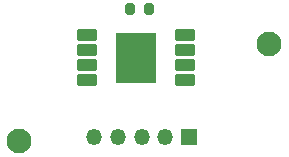
<source format=gbr>
%TF.GenerationSoftware,KiCad,Pcbnew,7.0.8*%
%TF.CreationDate,2024-10-08T21:21:09-04:00*%
%TF.ProjectId,SPIBreakout,53504942-7265-4616-9b6f-75742e6b6963,rev?*%
%TF.SameCoordinates,Original*%
%TF.FileFunction,Soldermask,Top*%
%TF.FilePolarity,Negative*%
%FSLAX46Y46*%
G04 Gerber Fmt 4.6, Leading zero omitted, Abs format (unit mm)*
G04 Created by KiCad (PCBNEW 7.0.8) date 2024-10-08 21:21:09*
%MOMM*%
%LPD*%
G01*
G04 APERTURE LIST*
G04 Aperture macros list*
%AMRoundRect*
0 Rectangle with rounded corners*
0 $1 Rounding radius*
0 $2 $3 $4 $5 $6 $7 $8 $9 X,Y pos of 4 corners*
0 Add a 4 corners polygon primitive as box body*
4,1,4,$2,$3,$4,$5,$6,$7,$8,$9,$2,$3,0*
0 Add four circle primitives for the rounded corners*
1,1,$1+$1,$2,$3*
1,1,$1+$1,$4,$5*
1,1,$1+$1,$6,$7*
1,1,$1+$1,$8,$9*
0 Add four rect primitives between the rounded corners*
20,1,$1+$1,$2,$3,$4,$5,0*
20,1,$1+$1,$4,$5,$6,$7,0*
20,1,$1+$1,$6,$7,$8,$9,0*
20,1,$1+$1,$8,$9,$2,$3,0*%
G04 Aperture macros list end*
%ADD10C,2.100000*%
%ADD11R,1.350000X1.350000*%
%ADD12O,1.350000X1.350000*%
%ADD13RoundRect,0.102000X-0.750000X-0.400000X0.750000X-0.400000X0.750000X0.400000X-0.750000X0.400000X0*%
%ADD14RoundRect,0.102000X-1.625000X-2.025000X1.625000X-2.025000X1.625000X2.025000X-1.625000X2.025000X0*%
%ADD15RoundRect,0.200000X-0.200000X-0.275000X0.200000X-0.275000X0.200000X0.275000X-0.200000X0.275000X0*%
G04 APERTURE END LIST*
D10*
%TO.C,REF\u002A\u002A*%
X129380000Y-59590000D03*
%TD*%
%TO.C,REF\u002A\u002A*%
X108200000Y-67810000D03*
%TD*%
D11*
%TO.C,J1*%
X122560000Y-67490000D03*
D12*
X120560000Y-67490000D03*
X118560000Y-67490000D03*
X116560000Y-67490000D03*
X114560000Y-67490000D03*
%TD*%
D13*
%TO.C,F1*%
X113940000Y-58870000D03*
X113940000Y-60140000D03*
X113940000Y-61410000D03*
X113940000Y-62680000D03*
X122240000Y-62680000D03*
X122240000Y-61410000D03*
X122240000Y-60140000D03*
X122240000Y-58870000D03*
D14*
X118090000Y-60775000D03*
%TD*%
D15*
%TO.C,10k1*%
X117540000Y-56630000D03*
X119190000Y-56630000D03*
%TD*%
M02*

</source>
